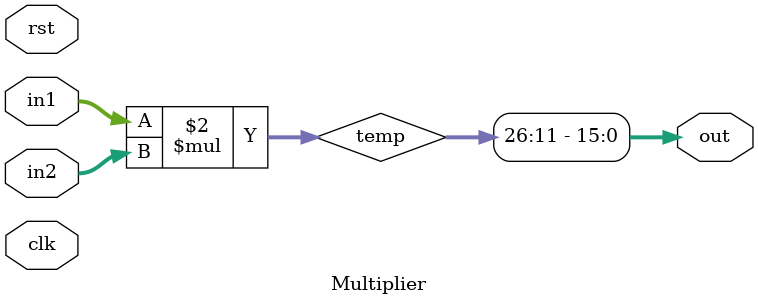
<source format=v>
module Multiplier #(
    parameter portWidth = 16,
    parameter tempWidth = 2*portWidth
    // Qi.f notation    i < integer  = 5    f < fraction = 11
) (
    input   wire signed [portWidth-1:0] in1,
    input   wire signed [portWidth-1:0] in2,
    input   wire                        clk,
    input   wire                        rst,
    output  reg         [portWidth-1:0] out
);

    reg  signed [tempWidth-1:0] temp;   // a temporary 32-bit regster to hold the multiplication result

    always @(*) 
        begin
            temp = in1 * in2;
            out <= temp[26:11];
        end
endmodule
</source>
